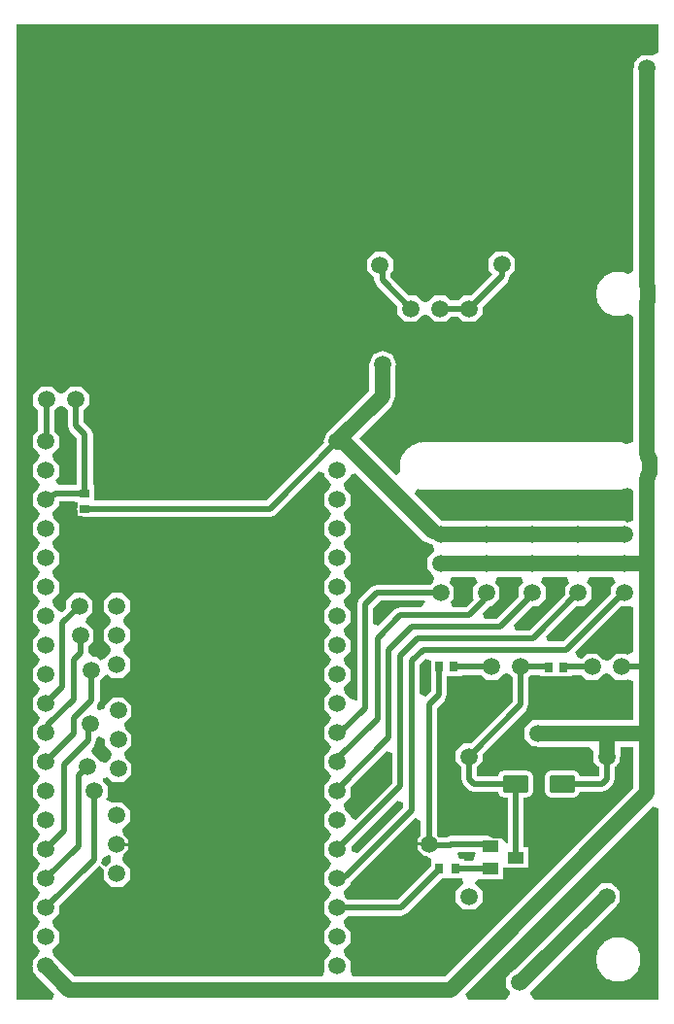
<source format=gbr>
%TF.GenerationSoftware,Altium Limited,Altium Designer,24.8.2 (39)*%
G04 Layer_Physical_Order=2*
G04 Layer_Color=16711680*
%FSLAX42Y42*%
%MOMM*%
%TF.SameCoordinates,BB747903-394C-41F1-A4B2-47FFA63BDE77*%
%TF.FilePolarity,Positive*%
%TF.FileFunction,Copper,L2,Bot,Signal*%
%TF.Part,Single*%
G01*
G75*
%TA.AperFunction,Conductor*%
%ADD19C,0.50*%
%ADD20C,1.37*%
%TA.AperFunction,ComponentPad*%
%ADD25C,1.50*%
%TA.AperFunction,ViaPad*%
%ADD26C,1.50*%
%TA.AperFunction,SMDPad,CuDef*%
%ADD27R,0.81X0.66*%
%ADD28R,0.75X0.85*%
%ADD29R,1.40X1.00*%
%ADD30R,0.65X0.90*%
G04:AMPARAMS|DCode=31|XSize=2.21mm|YSize=1.53mm|CornerRadius=0.11mm|HoleSize=0mm|Usage=FLASHONLY|Rotation=180.000|XOffset=0mm|YOffset=0mm|HoleType=Round|Shape=RoundedRectangle|*
%AMROUNDEDRECTD31*
21,1,2.21,1.30,0,0,180.0*
21,1,1.98,1.53,0,0,180.0*
1,1,0.23,-0.99,0.65*
1,1,0.23,0.99,0.65*
1,1,0.23,0.99,-0.65*
1,1,0.23,-0.99,-0.65*
%
%ADD31ROUNDEDRECTD31*%
G36*
X5600Y8251D02*
X5550Y8230D01*
X5548Y8232D01*
X5506D01*
X5500Y8235D01*
X5494Y8232D01*
X5452D01*
X5423Y8203D01*
X5417Y8201D01*
X5415Y8195D01*
X5385Y8165D01*
Y8123D01*
X5383Y8118D01*
Y6354D01*
X5364Y6336D01*
X5333Y6325D01*
X5310Y6334D01*
X5306D01*
X5302Y6337D01*
X5273Y6342D01*
X5269Y6342D01*
X5265Y6343D01*
X5235D01*
X5231Y6342D01*
X5227Y6342D01*
X5198Y6337D01*
X5194Y6334D01*
X5190D01*
X5162Y6323D01*
X5159Y6320D01*
X5155Y6319D01*
X5130Y6303D01*
X5128Y6299D01*
X5124Y6297D01*
X5103Y6276D01*
X5101Y6272D01*
X5097Y6270D01*
X5081Y6245D01*
X5080Y6241D01*
X5077Y6238D01*
X5066Y6210D01*
Y6206D01*
X5063Y6202D01*
X5058Y6173D01*
X5058Y6169D01*
X5057Y6165D01*
Y6135D01*
X5058Y6131D01*
X5058Y6127D01*
X5063Y6098D01*
X5066Y6094D01*
Y6090D01*
X5077Y6062D01*
X5080Y6059D01*
X5081Y6055D01*
X5097Y6030D01*
X5101Y6028D01*
X5103Y6024D01*
X5124Y6003D01*
X5128Y6001D01*
X5130Y5997D01*
X5155Y5981D01*
X5159Y5980D01*
X5162Y5977D01*
X5190Y5966D01*
X5194D01*
X5198Y5963D01*
X5227Y5958D01*
X5231Y5958D01*
X5235Y5957D01*
X5265D01*
X5269Y5958D01*
X5273Y5958D01*
X5302Y5963D01*
X5306Y5966D01*
X5310D01*
X5333Y5975D01*
X5364Y5964D01*
X5383Y5946D01*
Y4869D01*
X5374Y4858D01*
X5369Y4855D01*
X5333Y4839D01*
X5314Y4846D01*
X5310D01*
X5306Y4849D01*
X5274Y4855D01*
X5270Y4854D01*
X5266Y4856D01*
X3534D01*
X3530Y4854D01*
X3526Y4855D01*
X3494Y4849D01*
X3490Y4846D01*
X3486D01*
X3456Y4834D01*
X3453Y4831D01*
X3449Y4830D01*
X3422Y4812D01*
X3420Y4809D01*
X3416Y4807D01*
X3393Y4784D01*
X3391Y4780D01*
X3388Y4778D01*
X3370Y4751D01*
X3369Y4747D01*
X3366Y4744D01*
X3354Y4714D01*
Y4710D01*
X3351Y4706D01*
X3345Y4674D01*
X3346Y4670D01*
X3344Y4666D01*
Y4634D01*
X3346Y4630D01*
X3345Y4626D01*
X3349Y4602D01*
X3328Y4583D01*
X3313Y4575D01*
X3307Y4574D01*
X2992Y4890D01*
X3276Y5173D01*
X3310Y5257D01*
Y5529D01*
X3312Y5535D01*
X3295Y5576D01*
Y5577D01*
X3295Y5577D01*
X3278Y5618D01*
X3237Y5635D01*
X3237Y5635D01*
X3236D01*
X3195Y5652D01*
X3154Y5635D01*
X3153D01*
X3153Y5635D01*
X3112Y5618D01*
X3109Y5616D01*
X3075Y5533D01*
Y5305D01*
X2717Y4947D01*
X2700Y4906D01*
X2700Y4906D01*
Y4905D01*
X2683Y4864D01*
X2688Y4851D01*
X2184Y4348D01*
X681D01*
Y4486D01*
X670D01*
Y4925D01*
X650Y4975D01*
X650Y4975D01*
X590Y5035D01*
Y5135D01*
X635Y5180D01*
Y5275D01*
X567Y5342D01*
X472D01*
X423Y5294D01*
X393Y5280D01*
X362Y5294D01*
X313Y5342D01*
X218D01*
X151Y5275D01*
Y5180D01*
X192Y5138D01*
Y4959D01*
X145Y4912D01*
Y4816D01*
X194Y4767D01*
X207Y4737D01*
X194Y4707D01*
X145Y4658D01*
Y4562D01*
X194Y4513D01*
X207Y4483D01*
X194Y4453D01*
X145Y4404D01*
Y4308D01*
X194Y4259D01*
X207Y4229D01*
X194Y4199D01*
X145Y4150D01*
Y4054D01*
X194Y4005D01*
X207Y3975D01*
X194Y3945D01*
X145Y3896D01*
Y3800D01*
X194Y3751D01*
X207Y3721D01*
X194Y3691D01*
X145Y3642D01*
Y3546D01*
X194Y3497D01*
X207Y3467D01*
X194Y3437D01*
X145Y3388D01*
Y3292D01*
X194Y3243D01*
X207Y3213D01*
X194Y3183D01*
X145Y3134D01*
Y3038D01*
X194Y2989D01*
X207Y2959D01*
X194Y2929D01*
X145Y2880D01*
Y2784D01*
X194Y2735D01*
X207Y2705D01*
X194Y2675D01*
X145Y2626D01*
Y2530D01*
X194Y2481D01*
X207Y2451D01*
X194Y2421D01*
X145Y2372D01*
Y2276D01*
X194Y2227D01*
X207Y2197D01*
X194Y2167D01*
X145Y2118D01*
Y2022D01*
X194Y1973D01*
X207Y1943D01*
X194Y1913D01*
X145Y1864D01*
Y1768D01*
X194Y1719D01*
X207Y1689D01*
X194Y1659D01*
X145Y1610D01*
Y1514D01*
X194Y1465D01*
X207Y1435D01*
X194Y1405D01*
X145Y1356D01*
Y1260D01*
X194Y1211D01*
X207Y1181D01*
X194Y1151D01*
X145Y1102D01*
Y1006D01*
X194Y957D01*
X207Y927D01*
X194Y897D01*
X145Y848D01*
Y752D01*
X194Y703D01*
X207Y673D01*
X194Y643D01*
X145Y594D01*
Y498D01*
X194Y449D01*
X207Y419D01*
X194Y389D01*
X183Y377D01*
X177Y375D01*
X175Y369D01*
X145Y340D01*
Y298D01*
X143Y292D01*
X145Y286D01*
Y244D01*
X175Y215D01*
X177Y209D01*
X336Y50D01*
X315Y0D01*
X0D01*
Y8500D01*
X5600D01*
Y8251D01*
D02*
G37*
G36*
X423Y5161D02*
X449Y5135D01*
Y5005D01*
X449Y5005D01*
X470Y4956D01*
X530Y4896D01*
Y4486D01*
X519D01*
Y4483D01*
X366D01*
X346Y4533D01*
X375Y4562D01*
Y4658D01*
X326Y4707D01*
X313Y4737D01*
X326Y4767D01*
X375Y4816D01*
Y4912D01*
X333Y4954D01*
Y5132D01*
X362Y5161D01*
X393Y5175D01*
X423Y5161D01*
D02*
G37*
G36*
X5369Y4445D02*
X5374Y4442D01*
X5383Y4431D01*
Y4181D01*
X5371Y4174D01*
X5333Y4158D01*
X5300Y4171D01*
X3710D01*
X3474Y4407D01*
X3475Y4413D01*
X3483Y4428D01*
X3502Y4449D01*
X3526Y4445D01*
X3530Y4446D01*
X3534Y4444D01*
X5266D01*
X5270Y4446D01*
X5274Y4445D01*
X5306Y4451D01*
X5310Y4454D01*
X5314D01*
X5333Y4461D01*
X5369Y4445D01*
D02*
G37*
G36*
X2685Y4584D02*
Y4562D01*
X2734Y4513D01*
X2747Y4483D01*
X2734Y4453D01*
X2685Y4404D01*
Y4308D01*
X2734Y4259D01*
X2747Y4229D01*
X2734Y4199D01*
X2685Y4150D01*
Y4054D01*
X2734Y4005D01*
X2747Y3975D01*
X2734Y3945D01*
X2685Y3896D01*
Y3800D01*
X2734Y3751D01*
X2747Y3721D01*
X2734Y3691D01*
X2685Y3642D01*
Y3546D01*
X2734Y3497D01*
X2747Y3467D01*
X2734Y3437D01*
X2685Y3388D01*
Y3292D01*
X2734Y3243D01*
X2747Y3213D01*
X2734Y3183D01*
X2685Y3134D01*
Y3038D01*
X2734Y2989D01*
X2747Y2959D01*
X2734Y2929D01*
X2685Y2880D01*
Y2784D01*
X2734Y2735D01*
X2747Y2705D01*
X2734Y2675D01*
X2685Y2626D01*
Y2530D01*
X2734Y2481D01*
X2747Y2451D01*
X2734Y2421D01*
X2685Y2372D01*
Y2276D01*
X2734Y2227D01*
X2747Y2197D01*
X2734Y2167D01*
X2685Y2118D01*
Y2022D01*
X2734Y1973D01*
X2747Y1943D01*
X2734Y1913D01*
X2685Y1864D01*
Y1768D01*
X2734Y1719D01*
X2747Y1689D01*
X2734Y1659D01*
X2685Y1610D01*
Y1514D01*
X2734Y1465D01*
X2747Y1435D01*
X2734Y1405D01*
X2685Y1356D01*
Y1260D01*
X2734Y1211D01*
X2747Y1181D01*
X2734Y1151D01*
X2685Y1102D01*
Y1006D01*
X2734Y957D01*
X2747Y927D01*
X2734Y897D01*
X2685Y848D01*
Y752D01*
X2734Y703D01*
X2747Y673D01*
X2734Y643D01*
X2685Y594D01*
Y498D01*
X2734Y449D01*
X2747Y419D01*
X2734Y389D01*
X2685Y340D01*
Y244D01*
X2669Y205D01*
X513D01*
X343Y375D01*
X337Y377D01*
X326Y389D01*
X313Y419D01*
X326Y449D01*
X375Y498D01*
Y594D01*
X326Y643D01*
X313Y673D01*
X326Y703D01*
X375Y752D01*
Y815D01*
X723Y1164D01*
X765Y1135D01*
Y1048D01*
X832Y981D01*
X928D01*
X995Y1048D01*
Y1144D01*
X934Y1205D01*
X929Y1224D01*
X931Y1259D01*
X980Y1308D01*
Y1337D01*
X880D01*
Y1363D01*
X980D01*
Y1392D01*
X931Y1441D01*
X929Y1476D01*
X934Y1495D01*
X995Y1556D01*
Y1652D01*
X928Y1719D01*
X832D01*
X783Y1740D01*
X781Y1753D01*
X797Y1770D01*
Y1865D01*
X757Y1906D01*
X760Y1930D01*
X799Y1938D01*
X842Y1895D01*
X938D01*
X1005Y1962D01*
Y2058D01*
X956Y2107D01*
X943Y2137D01*
X956Y2167D01*
X1005Y2216D01*
Y2312D01*
X956Y2361D01*
X943Y2391D01*
X956Y2421D01*
X1005Y2470D01*
Y2566D01*
X938Y2633D01*
X842D01*
X775Y2566D01*
Y2543D01*
X725Y2519D01*
X705Y2535D01*
X707Y2554D01*
X709Y2563D01*
X728Y2608D01*
Y2779D01*
X772Y2824D01*
X801Y2836D01*
X832Y2805D01*
X928D01*
X995Y2872D01*
Y2968D01*
X946Y3017D01*
X933Y3047D01*
X946Y3077D01*
X995Y3126D01*
Y3222D01*
X946Y3271D01*
X933Y3301D01*
X946Y3331D01*
X995Y3380D01*
Y3476D01*
X928Y3543D01*
X832D01*
X765Y3476D01*
Y3380D01*
X814Y3331D01*
X827Y3301D01*
X814Y3271D01*
X765Y3222D01*
Y3126D01*
X814Y3077D01*
X827Y3047D01*
X814Y3017D01*
X765Y2968D01*
X736Y2956D01*
X705Y2987D01*
X670D01*
X630Y3023D01*
X630Y3023D01*
Y3080D01*
X675Y3125D01*
Y3220D01*
X622Y3273D01*
X609Y3294D01*
X618Y3333D01*
X665Y3380D01*
Y3476D01*
X598Y3543D01*
X503D01*
X436Y3476D01*
Y3412D01*
X400Y3377D01*
X375Y3388D01*
X326Y3437D01*
X313Y3467D01*
X326Y3497D01*
X375Y3546D01*
Y3642D01*
X326Y3691D01*
X313Y3721D01*
X326Y3751D01*
X375Y3800D01*
Y3896D01*
X326Y3945D01*
X313Y3975D01*
X326Y4005D01*
X375Y4054D01*
Y4150D01*
X326Y4199D01*
X313Y4229D01*
X326Y4259D01*
X375Y4308D01*
Y4342D01*
X487D01*
X534Y4336D01*
Y4288D01*
X530Y4277D01*
X534Y4267D01*
Y4219D01*
X571D01*
X600Y4207D01*
X2213D01*
X2213Y4207D01*
X2263Y4228D01*
X2639Y4603D01*
X2685Y4584D01*
D02*
G37*
G36*
X3554Y3995D02*
X3637Y3961D01*
X3645Y3915D01*
X3645Y3911D01*
X3643Y3906D01*
X3623Y3885D01*
X3617Y3883D01*
X3615Y3877D01*
X3585Y3848D01*
Y3806D01*
X3583Y3800D01*
X3585Y3794D01*
Y3752D01*
X3615Y3723D01*
X3617Y3717D01*
X3623Y3715D01*
X3634Y3703D01*
X3647Y3673D01*
X3634Y3643D01*
X3608Y3616D01*
X3146D01*
X3146Y3616D01*
X3121Y3606D01*
X3096Y3596D01*
X3096Y3596D01*
X2993Y3493D01*
X2973Y3443D01*
X2973Y3443D01*
Y2615D01*
X2965Y2610D01*
X2915Y2626D01*
X2866Y2675D01*
X2853Y2705D01*
X2866Y2735D01*
X2915Y2784D01*
Y2880D01*
X2866Y2929D01*
X2853Y2959D01*
X2866Y2989D01*
X2915Y3038D01*
Y3134D01*
X2866Y3183D01*
X2853Y3213D01*
X2866Y3243D01*
X2915Y3292D01*
Y3388D01*
X2866Y3437D01*
X2853Y3467D01*
X2866Y3497D01*
X2915Y3546D01*
Y3642D01*
X2866Y3691D01*
X2853Y3721D01*
X2866Y3751D01*
X2915Y3800D01*
Y3896D01*
X2866Y3945D01*
X2853Y3975D01*
X2866Y4005D01*
X2915Y4054D01*
Y4150D01*
X2866Y4199D01*
X2853Y4229D01*
X2866Y4259D01*
X2915Y4308D01*
Y4404D01*
X2866Y4453D01*
X2853Y4483D01*
X2866Y4513D01*
X2915Y4562D01*
Y4569D01*
X2961Y4588D01*
X3554Y3995D01*
D02*
G37*
G36*
X4024Y3633D02*
X3985Y3594D01*
Y3498D01*
X3992Y3491D01*
X3921Y3420D01*
X3808D01*
X3787Y3470D01*
X3815Y3498D01*
Y3594D01*
X3776Y3633D01*
X3797Y3683D01*
X4003D01*
X4024Y3633D01*
D02*
G37*
G36*
X3565Y3470D02*
X3538Y3420D01*
X3350D01*
X3350Y3420D01*
X3325Y3410D01*
X3300Y3400D01*
X3300Y3400D01*
X3160Y3259D01*
X3113Y3278D01*
Y3414D01*
X3175Y3476D01*
X3561D01*
X3565Y3470D01*
D02*
G37*
G36*
X4424Y3633D02*
X4385Y3594D01*
Y3515D01*
X4190Y3320D01*
X4085D01*
X4066Y3367D01*
X4129Y3430D01*
X4129Y3430D01*
X4130Y3431D01*
X4148D01*
X4215Y3498D01*
Y3594D01*
X4176Y3633D01*
X4197Y3683D01*
X4403D01*
X4424Y3633D01*
D02*
G37*
G36*
X4824D02*
X4785Y3594D01*
Y3530D01*
X4475Y3220D01*
X4354D01*
X4335Y3267D01*
X4499Y3431D01*
X4548D01*
X4615Y3498D01*
Y3594D01*
X4576Y3633D01*
X4597Y3683D01*
X4803D01*
X4824Y3633D01*
D02*
G37*
G36*
X5224D02*
X5185Y3594D01*
Y3534D01*
X4771Y3120D01*
X4639D01*
X4620Y3167D01*
X4885Y3431D01*
X4948D01*
X5015Y3498D01*
Y3594D01*
X4976Y3633D01*
X4997Y3683D01*
X5203D01*
X5224Y3633D01*
D02*
G37*
G36*
X5383Y3417D02*
Y3028D01*
X5333Y3007D01*
X5325Y3015D01*
X5229D01*
X5180Y2966D01*
X5150Y2953D01*
X5120Y2966D01*
X5071Y3015D01*
X4975D01*
X4936Y2975D01*
X4896Y2980D01*
X4888Y2993D01*
X4876Y3027D01*
X5281Y3431D01*
X5348D01*
X5383Y3417D01*
D02*
G37*
G36*
X5180Y2834D02*
X5229Y2785D01*
X5325D01*
X5333Y2793D01*
X5383Y2772D01*
Y2437D01*
X4550D01*
X4544Y2435D01*
X4502D01*
X4473Y2405D01*
X4467Y2403D01*
X4465Y2397D01*
X4435Y2368D01*
Y2326D01*
X4433Y2320D01*
X4435Y2314D01*
Y2272D01*
X4465Y2243D01*
X4467Y2237D01*
X4473Y2235D01*
X4502Y2205D01*
X4544D01*
X4550Y2203D01*
X4999D01*
X5035Y2168D01*
Y2126D01*
X5033Y2120D01*
X5035Y2114D01*
Y2072D01*
X5065Y2043D01*
X5067Y2037D01*
X5073Y2035D01*
X5080Y2028D01*
Y1953D01*
X5077Y1950D01*
X4915D01*
X4901Y1984D01*
X4862Y2001D01*
X4663D01*
X4624Y1984D01*
X4608Y1945D01*
Y1815D01*
X4624Y1776D01*
X4663Y1759D01*
X4862D01*
X4901Y1776D01*
X4915Y1810D01*
X5106D01*
X5106Y1810D01*
X5155Y1830D01*
X5200Y1875D01*
X5200Y1875D01*
X5220Y1924D01*
X5220Y1924D01*
Y2028D01*
X5227Y2035D01*
X5233Y2037D01*
X5236Y2039D01*
X5238Y2045D01*
X5265Y2072D01*
Y2111D01*
X5270Y2122D01*
Y2203D01*
X5383D01*
Y1849D01*
X3739Y205D01*
X2931D01*
X2915Y244D01*
Y340D01*
X2866Y389D01*
X2853Y419D01*
X2866Y449D01*
X2915Y498D01*
Y594D01*
X2866Y643D01*
X2853Y673D01*
X2866Y703D01*
X2892Y730D01*
X3355D01*
X3355Y730D01*
X3405Y750D01*
X3714Y1060D01*
X3890D01*
X3897Y1010D01*
X3835Y948D01*
Y852D01*
X3902Y785D01*
X3998D01*
X4065Y852D01*
Y948D01*
X4000Y1013D01*
X4028Y1052D01*
X4245D01*
Y1148D01*
X4465D01*
Y1328D01*
X4425D01*
Y1759D01*
X4452D01*
X4491Y1776D01*
X4507Y1815D01*
Y1945D01*
X4491Y1984D01*
X4452Y2001D01*
X4253D01*
X4214Y1984D01*
X4200Y1950D01*
X4024D01*
X4020Y1954D01*
Y2028D01*
X4065Y2072D01*
Y2135D01*
X4450Y2520D01*
X4450Y2520D01*
X4470Y2570D01*
Y2808D01*
X4491Y2828D01*
X4565D01*
Y2815D01*
X4850D01*
Y2828D01*
X4932D01*
X4975Y2785D01*
X5071D01*
X5120Y2834D01*
X5150Y2847D01*
X5180Y2834D01*
D02*
G37*
G36*
X4303D02*
X4330Y2808D01*
Y2599D01*
X3966Y2235D01*
X3902D01*
X3835Y2168D01*
Y2072D01*
X3880Y2028D01*
Y1925D01*
X3880Y1925D01*
X3900Y1875D01*
X3945Y1830D01*
X3945Y1830D01*
X3995Y1810D01*
X4200D01*
X4214Y1776D01*
X4253Y1759D01*
X4285D01*
Y1367D01*
X4278Y1366D01*
X4230Y1408D01*
Y1408D01*
X4158D01*
X4110Y1428D01*
X4110Y1428D01*
X3786D01*
X3753Y1414D01*
X3683D01*
X3670Y1427D01*
Y2543D01*
X3735Y2608D01*
X3735Y2608D01*
X3755Y2658D01*
X3755Y2658D01*
Y2817D01*
X3892D01*
Y2830D01*
X4054D01*
X4098Y2785D01*
X4194D01*
X4243Y2834D01*
X4273Y2847D01*
X4303Y2834D01*
D02*
G37*
G36*
X3617Y2957D02*
X3621Y2916D01*
X3615Y2900D01*
Y2687D01*
X3570Y2642D01*
X3520Y2663D01*
Y2921D01*
X3570Y2971D01*
X3617Y2957D01*
D02*
G37*
G36*
X775Y2271D02*
Y2216D01*
X824Y2167D01*
X837Y2137D01*
X824Y2107D01*
X782Y2065D01*
X732Y2076D01*
Y2080D01*
X665Y2148D01*
X657Y2168D01*
X681Y2209D01*
X691Y2234D01*
X701Y2259D01*
X701Y2259D01*
Y2277D01*
X726Y2295D01*
X775Y2271D01*
D02*
G37*
G36*
X3280Y2146D02*
Y1887D01*
X2961Y1569D01*
X2915Y1588D01*
Y1610D01*
X2866Y1659D01*
X2853Y1689D01*
X2866Y1719D01*
X2915Y1768D01*
Y1847D01*
X3233Y2165D01*
X3280Y2146D01*
D02*
G37*
G36*
X3373Y1717D02*
X3377Y1677D01*
X2976Y1276D01*
X2927Y1294D01*
X2923Y1331D01*
X3326Y1735D01*
X3373Y1717D01*
D02*
G37*
G36*
X4007Y1278D02*
X3983Y1214D01*
X3983Y1214D01*
X3905D01*
Y1230D01*
X3867D01*
X3845Y1280D01*
X3852Y1287D01*
X4003D01*
X4007Y1278D01*
D02*
G37*
G36*
X821Y1253D02*
X822Y1201D01*
X781Y1160D01*
X738Y1187D01*
X753Y1222D01*
X756Y1238D01*
X812Y1260D01*
X821Y1253D01*
D02*
G37*
G36*
X3530Y1559D02*
Y1427D01*
X3500Y1397D01*
Y1368D01*
X3600D01*
Y1342D01*
X3500D01*
Y1313D01*
X3558Y1255D01*
X3575D01*
X3615Y1230D01*
X3615Y1216D01*
Y1159D01*
X3326Y870D01*
X2892D01*
X2866Y897D01*
X2853Y927D01*
X2866Y957D01*
X2915Y1006D01*
Y1023D01*
X2927Y1028D01*
X3480Y1580D01*
X3530Y1559D01*
D02*
G37*
G36*
X5600Y1663D02*
Y0D01*
X4515D01*
X4479Y50D01*
X4486Y69D01*
X5233Y817D01*
X5235Y823D01*
X5265Y852D01*
Y894D01*
X5267Y900D01*
X5265Y906D01*
Y948D01*
X5235Y977D01*
X5233Y983D01*
X5227Y985D01*
X5198Y1015D01*
X5156D01*
X5150Y1017D01*
X5144Y1015D01*
X5102D01*
X5073Y985D01*
X5067Y983D01*
X4349Y265D01*
X4340D01*
X4313Y238D01*
X4307Y236D01*
X4304Y233D01*
X4302Y227D01*
X4272Y198D01*
Y156D01*
X4270Y150D01*
X4272Y144D01*
Y102D01*
X4302Y73D01*
X4304Y67D01*
X4307Y49D01*
X4269Y0D01*
X3937D01*
X3916Y50D01*
X5550Y1684D01*
X5600Y1663D01*
D02*
G37*
%LPC*%
G36*
X4283Y6522D02*
X4187D01*
X4120Y6455D01*
Y6360D01*
X4153Y6326D01*
X3965Y6138D01*
X3901D01*
X3857Y6093D01*
X3787D01*
X3743Y6138D01*
X3647D01*
X3598Y6089D01*
X3568Y6075D01*
X3538Y6089D01*
X3489Y6138D01*
X3425D01*
X3262Y6301D01*
Y6329D01*
X3288Y6355D01*
Y6450D01*
X3220Y6518D01*
X3125D01*
X3058Y6450D01*
Y6355D01*
X3121Y6291D01*
Y6272D01*
X3121Y6272D01*
X3142Y6222D01*
X3326Y6038D01*
Y5975D01*
X3393Y5908D01*
X3489D01*
X3538Y5956D01*
X3568Y5970D01*
X3598Y5956D01*
X3647Y5908D01*
X3743D01*
X3787Y5952D01*
X3857D01*
X3901Y5908D01*
X3997D01*
X4064Y5975D01*
Y6038D01*
X4285Y6259D01*
X4285Y6259D01*
X4305Y6308D01*
X4305Y6308D01*
Y6315D01*
X4350Y6360D01*
Y6455D01*
X4283Y6522D01*
D02*
G37*
G36*
X5265Y543D02*
X5235D01*
X5231Y542D01*
X5227Y542D01*
X5198Y537D01*
X5194Y534D01*
X5190D01*
X5162Y523D01*
X5159Y520D01*
X5155Y519D01*
X5130Y503D01*
X5128Y499D01*
X5124Y497D01*
X5103Y476D01*
X5101Y472D01*
X5097Y470D01*
X5081Y445D01*
X5080Y441D01*
X5077Y438D01*
X5066Y410D01*
Y406D01*
X5063Y402D01*
X5058Y373D01*
X5058Y369D01*
X5057Y365D01*
Y335D01*
X5058Y331D01*
X5058Y327D01*
X5063Y298D01*
X5066Y294D01*
Y290D01*
X5077Y262D01*
X5080Y259D01*
X5081Y255D01*
X5097Y230D01*
X5101Y228D01*
X5103Y224D01*
X5124Y203D01*
X5128Y201D01*
X5130Y197D01*
X5155Y181D01*
X5159Y180D01*
X5162Y177D01*
X5190Y166D01*
X5194D01*
X5198Y163D01*
X5227Y158D01*
X5231Y158D01*
X5235Y157D01*
X5265D01*
X5269Y158D01*
X5273Y158D01*
X5302Y163D01*
X5306Y166D01*
X5310D01*
X5338Y177D01*
X5341Y180D01*
X5345Y181D01*
X5370Y197D01*
X5372Y201D01*
X5376Y203D01*
X5397Y224D01*
X5399Y228D01*
X5403Y230D01*
X5419Y255D01*
X5420Y259D01*
X5423Y262D01*
X5434Y290D01*
Y294D01*
X5437Y298D01*
X5442Y327D01*
X5442Y331D01*
X5443Y335D01*
Y365D01*
X5442Y369D01*
X5442Y373D01*
X5437Y402D01*
X5434Y406D01*
Y410D01*
X5423Y438D01*
X5420Y441D01*
X5419Y445D01*
X5403Y470D01*
X5399Y472D01*
X5397Y476D01*
X5376Y497D01*
X5372Y499D01*
X5370Y503D01*
X5345Y519D01*
X5341Y520D01*
X5338Y523D01*
X5310Y534D01*
X5306D01*
X5302Y537D01*
X5273Y542D01*
X5269Y542D01*
X5265Y543D01*
D02*
G37*
%LPD*%
D19*
X3173Y6403D02*
X3192Y6383D01*
Y6272D02*
Y6383D01*
Y6272D02*
X3441Y6022D01*
X618Y2030D02*
Y2033D01*
X543Y1955D02*
X618Y2030D01*
X631Y2259D02*
Y2383D01*
X422Y2050D02*
X631Y2259D01*
X422Y1470D02*
Y2050D01*
X260Y800D02*
X682Y1222D01*
Y1817D01*
X543Y1336D02*
Y1955D01*
X260Y1054D02*
X543Y1336D01*
X260Y1308D02*
X422Y1470D01*
X631Y2383D02*
X650Y2402D01*
X279Y2343D02*
Y2394D01*
X503Y2617D02*
Y2965D01*
X260Y2324D02*
X279Y2343D01*
Y2394D02*
X503Y2617D01*
Y2965D02*
X560Y3023D01*
X405Y2723D02*
Y3283D01*
X550Y3428D01*
X260Y2578D02*
X405Y2723D01*
X560Y3023D02*
Y3173D01*
X505Y2456D02*
X657Y2608D01*
Y2872D01*
X505Y2315D02*
Y2456D01*
X260Y2070D02*
X505Y2315D01*
X600Y4277D02*
X2213D01*
X2800Y4864D01*
X3786Y1358D02*
X4110D01*
X4135Y1333D01*
X3600Y1355D02*
X3611Y1344D01*
X3786D01*
X3600Y2573D02*
X3685Y2658D01*
Y2900D01*
X3600Y1355D02*
Y2573D01*
X4400Y2570D02*
Y2900D01*
X3950Y2120D02*
X4400Y2570D01*
X4355Y1238D02*
Y1877D01*
X4352Y1880D02*
X4355Y1877D01*
X3834Y1144D02*
X4134D01*
X4135Y1143D01*
X3833Y1145D02*
X3834Y1144D01*
X3355Y800D02*
X3688Y1132D01*
X2800Y800D02*
X3355D01*
X3688Y1132D02*
Y1145D01*
X3950Y1925D02*
X3995Y1880D01*
X3950Y1925D02*
Y2120D01*
X3995Y1880D02*
X4352D01*
X4762D02*
X5106D01*
X5150Y1924D02*
Y2120D01*
X5106Y1880D02*
X5150Y1924D01*
X5277Y2900D02*
X5282Y2905D01*
X5500D01*
X3815Y2900D02*
X4146D01*
X4146Y2900D01*
X3815Y2900D02*
X3815Y2900D01*
X4400Y2900D02*
X4401Y2899D01*
X4641D02*
X4642Y2898D01*
X4401Y2899D02*
X4641D01*
X4772Y2898D02*
X4774Y2899D01*
X5022D02*
X5023Y2900D01*
X4774Y2899D02*
X5022D01*
X861Y2901D02*
X880Y2920D01*
X876Y3170D02*
X880Y3174D01*
X344Y4413D02*
X600D01*
X287Y4356D02*
X344Y4413D01*
X260Y4356D02*
X287D01*
X600Y4413D02*
Y4925D01*
X600Y4413D02*
X600Y4413D01*
X520Y5005D02*
Y5228D01*
Y5005D02*
X600Y4925D01*
X263Y5225D02*
X266Y5228D01*
X263Y4867D02*
Y5225D01*
X260Y4864D02*
X263Y4867D01*
X4235Y6308D02*
Y6407D01*
X3949Y6022D02*
X4235Y6308D01*
X3695Y6022D02*
X3949D01*
X3250Y2281D02*
Y3050D01*
X3450Y3250D02*
X4219D01*
X3250Y3050D02*
X3450Y3250D01*
X4219D02*
X4500Y3531D01*
X2800Y1831D02*
X3250Y2281D01*
X4500Y3531D02*
Y3546D01*
X2800Y1816D02*
Y1831D01*
X3146Y3546D02*
X3700D01*
X3043Y3443D02*
X3146Y3546D01*
X3043Y2543D02*
Y3443D01*
X2824Y2324D02*
X3043Y2543D01*
X2800Y2324D02*
X2824D01*
X3950Y3350D02*
X4080Y3480D01*
X3350Y3350D02*
X3950D01*
X3150Y3150D02*
X3350Y3350D01*
X2800Y2100D02*
X3150Y2450D01*
Y3150D01*
X4080Y3480D02*
Y3526D01*
X4100Y3546D01*
X2800Y2070D02*
Y2100D01*
X3550Y3050D02*
X4800D01*
X3450Y1650D02*
Y2950D01*
X3550Y3050D01*
X4800D02*
X5296Y3546D01*
X2878Y1078D02*
X3450Y1650D01*
X2800Y1054D02*
X2824Y1078D01*
X2878D01*
X5296Y3546D02*
X5300D01*
X3350Y1858D02*
Y3000D01*
X3500Y3150D02*
X4504D01*
X3350Y3000D02*
X3500Y3150D01*
X4504D02*
X4900Y3546D01*
X2800Y1308D02*
X3350Y1858D01*
D20*
X5500Y3790D02*
Y4536D01*
X5511Y4571D02*
X5514Y4578D01*
X5500Y4536D02*
X5503Y4545D01*
X5514Y4578D02*
X5521Y4589D01*
X5508Y6090D02*
Y6210D01*
X5521Y4589D02*
Y4711D01*
X5503Y6216D02*
X5508Y6210D01*
X5511Y4729D02*
X5515Y4717D01*
X5500Y6078D02*
X5503Y6084D01*
X5503Y4545D02*
X5511Y4571D01*
X5500Y4764D02*
Y6078D01*
X5503Y6084D02*
X5508Y6090D01*
X5500Y6222D02*
Y8118D01*
Y4764D02*
X5511Y4729D01*
X5500Y6222D02*
X5503Y6216D01*
X5515Y4717D02*
X5521Y4711D01*
X2853Y4862D02*
X3637Y4078D01*
X2800Y4864D02*
X2802Y4862D01*
X2853D01*
X5500Y2905D02*
Y3790D01*
X5302Y3798D02*
X5492D01*
X5300Y3800D02*
X5302Y3798D01*
X5492D02*
X5500Y3790D01*
X4900Y3800D02*
X5300D01*
X2800Y4864D02*
X3193Y5257D01*
Y5533D01*
X3195Y5535D01*
X3700Y4054D02*
X4100D01*
X4500D02*
X4900D01*
X4100D02*
X4500D01*
X4900D02*
X5300D01*
X5170Y2320D02*
X5478D01*
X5152Y2122D02*
Y2302D01*
X5500Y1800D02*
Y2905D01*
X3788Y88D02*
X5500Y1800D01*
X5152Y2302D02*
X5170Y2320D01*
X5150Y2120D02*
X5152Y2122D01*
X4550Y2320D02*
X5170D01*
X4388Y150D02*
X4390Y152D01*
X4402D01*
X5150Y900D01*
X4500Y3800D02*
X4900D01*
X4100D02*
X4500D01*
X3700D02*
X4100D01*
X464Y88D02*
X3788D01*
X260Y292D02*
X464Y88D01*
D25*
X880Y1350D02*
D03*
X2800Y4864D02*
D03*
X4100Y4054D02*
D03*
X3700D02*
D03*
X5300D02*
D03*
X4500D02*
D03*
X4900D02*
D03*
X4550Y2320D02*
D03*
X5150Y2120D02*
D03*
X3950D02*
D03*
X5150Y900D02*
D03*
X3950D02*
D03*
X2800Y4610D02*
D03*
Y4356D02*
D03*
Y4102D02*
D03*
Y3848D02*
D03*
Y3594D02*
D03*
Y3340D02*
D03*
Y3086D02*
D03*
Y2832D02*
D03*
Y2578D02*
D03*
Y2324D02*
D03*
Y2070D02*
D03*
Y1816D02*
D03*
Y1562D02*
D03*
Y1308D02*
D03*
Y1054D02*
D03*
Y800D02*
D03*
Y546D02*
D03*
Y292D02*
D03*
X260D02*
D03*
Y546D02*
D03*
Y800D02*
D03*
Y1054D02*
D03*
Y1308D02*
D03*
Y1562D02*
D03*
Y1816D02*
D03*
Y2070D02*
D03*
Y2324D02*
D03*
Y2578D02*
D03*
Y2832D02*
D03*
Y3086D02*
D03*
Y3340D02*
D03*
Y3594D02*
D03*
Y3848D02*
D03*
Y4102D02*
D03*
Y4356D02*
D03*
Y4610D02*
D03*
Y4864D02*
D03*
X5277Y2900D02*
D03*
X5023D02*
D03*
X3441Y6022D02*
D03*
X3695D02*
D03*
X3949D02*
D03*
X4146Y2900D02*
D03*
X4400D02*
D03*
X880Y1604D02*
D03*
Y1096D02*
D03*
X890Y2518D02*
D03*
Y2264D02*
D03*
Y2010D02*
D03*
X880Y3428D02*
D03*
Y3174D02*
D03*
Y2920D02*
D03*
X4900Y3800D02*
D03*
Y3546D02*
D03*
X5300Y3800D02*
D03*
Y3546D02*
D03*
X4500Y3800D02*
D03*
Y3546D02*
D03*
X4100Y3800D02*
D03*
Y3546D02*
D03*
X3700Y3800D02*
D03*
Y3546D02*
D03*
X520Y5228D02*
D03*
X266D02*
D03*
D26*
X3173Y6403D02*
D03*
X618Y2033D02*
D03*
X682Y1817D02*
D03*
X650Y2402D02*
D03*
X560Y3173D02*
D03*
X657Y2872D02*
D03*
X550Y3428D02*
D03*
X3195Y5535D02*
D03*
X3600Y1355D02*
D03*
X4388Y150D02*
D03*
X5500Y8118D02*
D03*
X4235Y6407D02*
D03*
D27*
X600Y4277D02*
D03*
Y4413D02*
D03*
D28*
X3685Y2900D02*
D03*
X3815D02*
D03*
X4642Y2898D02*
D03*
X4772D02*
D03*
D29*
X4135Y1333D02*
D03*
X4355Y1238D02*
D03*
X4135Y1143D02*
D03*
D30*
X3688Y1145D02*
D03*
X3833D02*
D03*
D31*
X4352Y1880D02*
D03*
X4762D02*
D03*
%TF.MD5,3c77e11ec23a49253c1ddc7bf5b4714f*%
M02*

</source>
